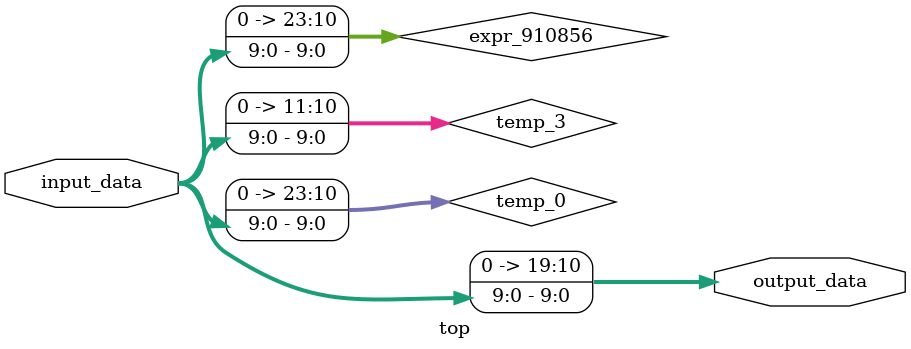
<source format=sv>
module top (
    input [9:0] input_data,
    output [19:0] output_data
);

    logic [23:0] temp_0;
    logic [17:0] temp_1;
    logic [8:0] temp_2;
    logic [11:0] temp_3;
    logic [0:0] temp_4;
    logic [21:0] temp_5;

    assign temp_0 = $unsigned(input_data);
    logic [24:0] expr_279690;
    assign expr_279690 = (temp_0 ^ input_data);
    assign temp_1 = expr_279690[17:0];
    assign temp_2 = ($signed(($signed((temp_0[23:13] & temp_0)) + temp_0)) + temp_1);
    logic [23:0] expr_910856;
    assign expr_910856 = temp_0;
    assign temp_3 = expr_910856[11:0];
    logic [12:0] expr_117133;
    assign expr_117133 = (temp_0[23:19] * temp_3);
    assign temp_4 = expr_117133[0:0];
    assign temp_5 = (((temp_2 + temp_4) ^ temp_1[13:0]) | temp_2);

    assign output_data = $signed(temp_0);

endmodule
</source>
